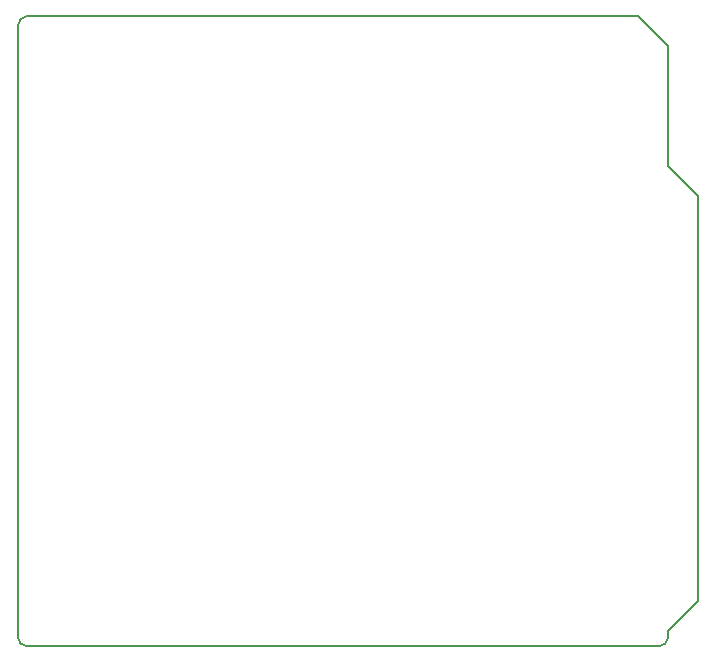
<source format=gm1>
G04 #@! TF.GenerationSoftware,KiCad,Pcbnew,8.0.6*
G04 #@! TF.CreationDate,2024-12-04T19:19:15+01:00*
G04 #@! TF.ProjectId,Shield_Frequency_meter_STM32,53686965-6c64-45f4-9672-657175656e63,rev?*
G04 #@! TF.SameCoordinates,Original*
G04 #@! TF.FileFunction,Profile,NP*
%FSLAX46Y46*%
G04 Gerber Fmt 4.6, Leading zero omitted, Abs format (unit mm)*
G04 Created by KiCad (PCBNEW 8.0.6) date 2024-12-04 19:19:15*
%MOMM*%
%LPD*%
G01*
G04 APERTURE LIST*
G04 #@! TA.AperFunction,Profile*
%ADD10C,0.150000*%
G04 #@! TD*
G04 APERTURE END LIST*
D10*
X166040000Y-59360000D02*
X168580000Y-61900000D01*
X111000000Y-99238000D02*
X111000000Y-47422000D01*
X168580000Y-61900000D02*
X168580000Y-96190000D01*
X165278000Y-100000000D02*
X111762000Y-100000000D01*
X111762000Y-46660000D02*
X163500000Y-46660000D01*
X111762000Y-100000000D02*
G75*
G02*
X111000000Y-99238000I0J762000D01*
G01*
X168580000Y-96190000D02*
X166040000Y-98730000D01*
X163500000Y-46660000D02*
X166040000Y-49200000D01*
X166040000Y-99238000D02*
G75*
G02*
X165278000Y-100000000I-762000J0D01*
G01*
X166040000Y-49200000D02*
X166040000Y-59360000D01*
X166040000Y-98730000D02*
X166040000Y-99238000D01*
X111000000Y-47422000D02*
G75*
G02*
X111762000Y-46660000I762000J0D01*
G01*
M02*

</source>
